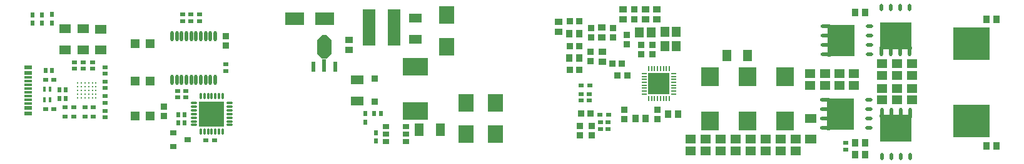
<source format=gtp>
G04*
G04 #@! TF.GenerationSoftware,Altium Limited,Altium Designer,19.0.15 (446)*
G04*
G04 Layer_Color=8421504*
%FSLAX25Y25*%
%MOIN*%
G70*
G01*
G75*
%ADD19R,0.03937X0.02362*%
%ADD20R,0.03937X0.01181*%
%ADD21R,0.03740X0.03347*%
%ADD22R,0.05512X0.05118*%
%ADD23R,0.07087X0.05118*%
%ADD24R,0.03937X0.03543*%
%ADD25R,0.06496X0.04724*%
%ADD26R,0.07087X0.19685*%
%ADD27R,0.02362X0.05512*%
%ADD28R,0.02362X0.07087*%
%ADD29R,0.09843X0.06693*%
%ADD30R,0.02362X0.02953*%
%ADD31R,0.08465X0.09646*%
%ADD32R,0.13780X0.09252*%
%ADD33O,0.01772X0.05512*%
%ADD34O,0.00787X0.02756*%
%ADD35O,0.02756X0.00787*%
%ADD36R,0.11811X0.11811*%
%ADD37C,0.01024*%
%ADD38R,0.03740X0.02559*%
%ADD39R,0.02953X0.02362*%
%ADD40R,0.02520X0.02362*%
%ADD41R,0.05118X0.05512*%
%ADD42O,0.05512X0.01968*%
%ADD43O,0.03937X0.01968*%
%ADD44R,0.03543X0.03937*%
%ADD45R,0.09646X0.10039*%
%ADD46R,0.03347X0.03740*%
%ADD47O,0.01968X0.05512*%
%ADD48O,0.01968X0.03937*%
%ADD49R,0.04724X0.06496*%
%ADD50R,0.19685X0.17717*%
%ADD51R,0.01575X0.02756*%
%ADD52R,0.03543X0.03150*%
%ADD53R,0.02362X0.02520*%
%ADD54R,0.04724X0.04724*%
%ADD55O,0.03740X0.01181*%
%ADD56O,0.01181X0.03740*%
%ADD57R,0.13189X0.13189*%
%ADD58R,0.05118X0.07087*%
%ADD59R,0.03740X0.03543*%
G36*
X536968Y102395D02*
X536974Y102264D01*
X537026Y102005D01*
X537126Y101762D01*
X537273Y101543D01*
X537361Y101445D01*
Y100264D01*
X520039D01*
Y101445D01*
X520039D01*
X520127Y101543D01*
X520274Y101762D01*
X520374Y102005D01*
X520426Y102264D01*
X520432Y102395D01*
Y114437D01*
X536968D01*
Y102395D01*
D02*
G37*
G36*
X493743Y113473D02*
X493962Y113326D01*
X494205Y113226D01*
X494464Y113174D01*
X494595Y113168D01*
X506637D01*
Y96632D01*
X494595D01*
X494464Y96626D01*
X494205Y96574D01*
X493962Y96474D01*
X493743Y96327D01*
X493645Y96239D01*
X492464Y96239D01*
Y113561D01*
X493645D01*
X493743Y113473D01*
D02*
G37*
G36*
X227940Y105183D02*
Y97703D01*
X225381Y95144D01*
X223019D01*
X220460Y97703D01*
Y105183D01*
X223019Y107743D01*
X225381D01*
X227940Y105183D01*
D02*
G37*
G36*
X493443Y74073D02*
X493662Y73926D01*
X493905Y73826D01*
X494164Y73774D01*
X494295Y73768D01*
X506337D01*
Y57232D01*
X494295D01*
X494164Y57226D01*
X493905Y57174D01*
X493662Y57074D01*
X493443Y56927D01*
X493345Y56839D01*
X492164Y56839D01*
Y74161D01*
X493345D01*
X493443Y74073D01*
D02*
G37*
G36*
X537461Y63955D02*
Y63955D01*
X537373Y63857D01*
X537226Y63638D01*
X537126Y63395D01*
X537074Y63136D01*
X537068Y63005D01*
Y50963D01*
X520532D01*
Y63005D01*
X520526Y63136D01*
X520474Y63395D01*
X520374Y63638D01*
X520227Y63857D01*
X520139Y63955D01*
X520139Y65136D01*
X537461D01*
Y63955D01*
D02*
G37*
D19*
X66342Y90634D02*
D03*
Y87484D02*
D03*
Y68902D02*
D03*
Y65752D02*
D03*
D20*
Y85083D02*
D03*
Y83114D02*
D03*
Y81146D02*
D03*
Y79177D02*
D03*
Y77209D02*
D03*
Y75240D02*
D03*
Y73272D02*
D03*
Y71303D02*
D03*
D21*
X138800Y69659D02*
D03*
Y64541D02*
D03*
X366142Y93782D02*
D03*
Y98900D02*
D03*
X393100Y97541D02*
D03*
Y102659D02*
D03*
X401705Y67959D02*
D03*
Y62841D02*
D03*
X384057Y67859D02*
D03*
Y62741D02*
D03*
X366573Y54176D02*
D03*
Y59294D02*
D03*
X389300Y121430D02*
D03*
Y116312D02*
D03*
X385500Y107959D02*
D03*
Y102841D02*
D03*
X360428Y59318D02*
D03*
Y54200D02*
D03*
X378000Y111602D02*
D03*
Y106484D02*
D03*
X366256Y106484D02*
D03*
Y111602D02*
D03*
X399000Y97541D02*
D03*
Y102659D02*
D03*
X171600Y107259D02*
D03*
Y102141D02*
D03*
D22*
X521364Y79300D02*
D03*
Y73001D02*
D03*
X483200Y80905D02*
D03*
Y87204D02*
D03*
X537355Y73001D02*
D03*
Y79300D02*
D03*
X529355Y73001D02*
D03*
Y79300D02*
D03*
X498609Y80851D02*
D03*
Y87150D02*
D03*
X490909Y80851D02*
D03*
Y87150D02*
D03*
X521364Y92404D02*
D03*
Y86105D02*
D03*
X529364Y92404D02*
D03*
Y86105D02*
D03*
X537364Y92404D02*
D03*
Y86105D02*
D03*
X506300Y80805D02*
D03*
Y87104D02*
D03*
X475291Y45803D02*
D03*
Y52103D02*
D03*
X467291Y45803D02*
D03*
Y52103D02*
D03*
X459291Y45803D02*
D03*
Y52103D02*
D03*
X451291Y45803D02*
D03*
Y52103D02*
D03*
X443291Y45803D02*
D03*
Y52103D02*
D03*
X435291Y45803D02*
D03*
Y52103D02*
D03*
X427291Y45803D02*
D03*
Y52103D02*
D03*
X419291Y45803D02*
D03*
Y52103D02*
D03*
D23*
X272600Y105391D02*
D03*
Y116809D02*
D03*
X241600Y83946D02*
D03*
Y72528D02*
D03*
D24*
X237400Y99743D02*
D03*
Y105058D02*
D03*
X372338Y93642D02*
D03*
Y98958D02*
D03*
X348900Y109643D02*
D03*
Y114957D02*
D03*
X395300Y116214D02*
D03*
Y121529D02*
D03*
X401400D02*
D03*
Y116214D02*
D03*
X383300D02*
D03*
Y121529D02*
D03*
X372100Y106442D02*
D03*
Y111758D02*
D03*
D25*
X105200Y99888D02*
D03*
Y110912D02*
D03*
X95600Y99988D02*
D03*
Y111012D02*
D03*
X86000Y99988D02*
D03*
Y111012D02*
D03*
X483300Y52088D02*
D03*
Y63112D02*
D03*
D26*
X247907Y111800D02*
D03*
X261293D02*
D03*
D27*
X230105Y90813D02*
D03*
X218295D02*
D03*
D28*
X224200Y91601D02*
D03*
D29*
X208526Y116362D02*
D03*
X224274D02*
D03*
D30*
X68800Y114000D02*
D03*
Y118528D02*
D03*
X78942Y114172D02*
D03*
Y118700D02*
D03*
X73800Y118606D02*
D03*
Y114079D02*
D03*
X251700Y55564D02*
D03*
Y51036D02*
D03*
X245900Y61322D02*
D03*
Y65850D02*
D03*
D31*
X299778Y71657D02*
D03*
Y54728D02*
D03*
X315526Y71629D02*
D03*
Y54700D02*
D03*
X289500Y118465D02*
D03*
Y101535D02*
D03*
D32*
X272619Y67202D02*
D03*
Y90824D02*
D03*
D33*
X166091Y107016D02*
D03*
X163531D02*
D03*
X160972D02*
D03*
X158413D02*
D03*
X155854D02*
D03*
X153295D02*
D03*
X150736D02*
D03*
X148177D02*
D03*
X145618D02*
D03*
X143059D02*
D03*
X166091Y83787D02*
D03*
X163531D02*
D03*
X160972D02*
D03*
X158413D02*
D03*
X155854D02*
D03*
X153295D02*
D03*
X150736D02*
D03*
X148177D02*
D03*
X145618D02*
D03*
X143059D02*
D03*
D34*
X408039Y89685D02*
D03*
X406465D02*
D03*
X404890D02*
D03*
X403315D02*
D03*
X401740D02*
D03*
X400165D02*
D03*
X398590D02*
D03*
X397016D02*
D03*
Y73740D02*
D03*
X398590D02*
D03*
X400165D02*
D03*
X401740D02*
D03*
X403315D02*
D03*
X404890D02*
D03*
X406465D02*
D03*
X408039D02*
D03*
D35*
X394555Y87224D02*
D03*
Y85650D02*
D03*
Y84075D02*
D03*
Y82500D02*
D03*
Y80925D02*
D03*
Y79350D02*
D03*
Y77776D02*
D03*
Y76201D02*
D03*
X410500D02*
D03*
Y77776D02*
D03*
Y79350D02*
D03*
Y80925D02*
D03*
Y82500D02*
D03*
Y84075D02*
D03*
Y85650D02*
D03*
Y87224D02*
D03*
D36*
X402528Y81713D02*
D03*
D37*
X102537Y74300D02*
D03*
X100568D02*
D03*
X98600D02*
D03*
X96631D02*
D03*
X94663D02*
D03*
X92694D02*
D03*
X102537Y76269D02*
D03*
X100568D02*
D03*
X98600D02*
D03*
X96631D02*
D03*
X94663D02*
D03*
X92694D02*
D03*
X102537Y78237D02*
D03*
X100568D02*
D03*
X98600D02*
D03*
X96631D02*
D03*
X94663D02*
D03*
X92694D02*
D03*
X102537Y80206D02*
D03*
X100568D02*
D03*
X98600D02*
D03*
X96631D02*
D03*
X94663D02*
D03*
X92694D02*
D03*
X102537Y82174D02*
D03*
X100568D02*
D03*
X98600D02*
D03*
X96631D02*
D03*
X94663D02*
D03*
X92694D02*
D03*
D38*
X267713Y58837D02*
D03*
Y54900D02*
D03*
Y50963D02*
D03*
X256887D02*
D03*
Y54900D02*
D03*
Y58837D02*
D03*
D39*
X361036Y80832D02*
D03*
X365564D02*
D03*
X371036Y65300D02*
D03*
X375564D02*
D03*
X75672Y83968D02*
D03*
X80200D02*
D03*
X75595Y68168D02*
D03*
X80122D02*
D03*
X161136Y51400D02*
D03*
X165664D02*
D03*
X96557Y64102D02*
D03*
X101084D02*
D03*
X96553Y69102D02*
D03*
X101080D02*
D03*
X86194Y64102D02*
D03*
X90722D02*
D03*
X86194Y69102D02*
D03*
X90722D02*
D03*
D40*
X361000Y76300D02*
D03*
Y72835D02*
D03*
X375424Y61019D02*
D03*
Y57554D02*
D03*
X502100Y50000D02*
D03*
Y46535D02*
D03*
X371240Y61019D02*
D03*
Y57554D02*
D03*
X365503Y76300D02*
D03*
Y72835D02*
D03*
X171800Y88568D02*
D03*
Y92032D02*
D03*
X107258Y79335D02*
D03*
Y82800D02*
D03*
X95858Y93200D02*
D03*
Y89736D02*
D03*
X107300Y90581D02*
D03*
Y87116D02*
D03*
X150375Y74473D02*
D03*
Y77938D02*
D03*
X145875Y74473D02*
D03*
Y77938D02*
D03*
X157547Y118771D02*
D03*
Y115307D02*
D03*
X153047Y118771D02*
D03*
Y115307D02*
D03*
X148547Y118771D02*
D03*
Y115307D02*
D03*
X100568Y89768D02*
D03*
Y93232D02*
D03*
X91158Y89736D02*
D03*
Y93200D02*
D03*
X107258Y75032D02*
D03*
Y71568D02*
D03*
Y67232D02*
D03*
Y63768D02*
D03*
D41*
X398350Y109200D02*
D03*
X392050D02*
D03*
X405550Y109600D02*
D03*
X411850D02*
D03*
X405550Y101900D02*
D03*
X411850D02*
D03*
D42*
X491180Y58000D02*
D03*
Y63000D02*
D03*
Y68000D02*
D03*
Y73000D02*
D03*
X491479Y97400D02*
D03*
Y102400D02*
D03*
Y107400D02*
D03*
Y112400D02*
D03*
D43*
X514408Y73000D02*
D03*
Y68000D02*
D03*
Y63000D02*
D03*
Y58000D02*
D03*
X514708Y112400D02*
D03*
Y107400D02*
D03*
Y102400D02*
D03*
Y97400D02*
D03*
D44*
X512257Y50000D02*
D03*
X506943D02*
D03*
X412757Y65658D02*
D03*
X407443D02*
D03*
X354842Y108500D02*
D03*
X360157D02*
D03*
X354842Y95425D02*
D03*
X360157D02*
D03*
X507043Y43700D02*
D03*
X512358D02*
D03*
X507142Y119700D02*
D03*
X512458D02*
D03*
X582358Y48600D02*
D03*
X577042D02*
D03*
X582457Y116200D02*
D03*
X577142D02*
D03*
X395458Y63324D02*
D03*
X390142D02*
D03*
D45*
X449600Y85500D02*
D03*
Y61681D02*
D03*
X429600Y85510D02*
D03*
Y61690D02*
D03*
X469600D02*
D03*
Y85510D02*
D03*
D46*
X354941Y89260D02*
D03*
X360059D02*
D03*
X354941Y115000D02*
D03*
X360059D02*
D03*
X360914Y65700D02*
D03*
X366032D02*
D03*
X360039Y101969D02*
D03*
X354921D02*
D03*
X382759Y92500D02*
D03*
X377641D02*
D03*
X385659Y86300D02*
D03*
X380541D02*
D03*
D47*
X521300Y66120D02*
D03*
X526300D02*
D03*
X531300D02*
D03*
X536300D02*
D03*
X536200Y99279D02*
D03*
X531200D02*
D03*
X526200D02*
D03*
X521200D02*
D03*
D48*
X536300Y42892D02*
D03*
X531300D02*
D03*
X526300D02*
D03*
X521300D02*
D03*
X521200Y122508D02*
D03*
X526200D02*
D03*
X531200D02*
D03*
X536200D02*
D03*
D49*
X449763Y96893D02*
D03*
X438739D02*
D03*
D50*
X569000Y61831D02*
D03*
Y103169D02*
D03*
D51*
X77936Y73268D02*
D03*
X75180D02*
D03*
X77936Y78810D02*
D03*
X75180D02*
D03*
D52*
X151537Y51900D02*
D03*
X143663Y48160D02*
D03*
Y55640D02*
D03*
D53*
X79137Y88800D02*
D03*
X75672D02*
D03*
X146225Y65264D02*
D03*
X149689D02*
D03*
X146225Y60764D02*
D03*
X149689D02*
D03*
X86490Y78368D02*
D03*
X83026D02*
D03*
X86490Y73734D02*
D03*
X83026D02*
D03*
X250868Y65700D02*
D03*
X254332D02*
D03*
D54*
X131534Y83000D02*
D03*
X123266D02*
D03*
X131534Y64500D02*
D03*
X123266D02*
D03*
X131534Y103100D02*
D03*
X123266D02*
D03*
D55*
X154751Y71505D02*
D03*
Y69537D02*
D03*
Y67568D02*
D03*
Y65600D02*
D03*
Y63631D02*
D03*
Y61663D02*
D03*
Y59694D02*
D03*
X173649D02*
D03*
Y61663D02*
D03*
Y63631D02*
D03*
Y65600D02*
D03*
Y67568D02*
D03*
Y69537D02*
D03*
Y71505D02*
D03*
D56*
X158294Y56151D02*
D03*
X160263D02*
D03*
X162232D02*
D03*
X164200D02*
D03*
X166168D02*
D03*
X168137D02*
D03*
X170106D02*
D03*
Y75049D02*
D03*
X168137D02*
D03*
X166168D02*
D03*
X164200D02*
D03*
X162232D02*
D03*
X160263D02*
D03*
X158294D02*
D03*
D57*
X164200Y65600D02*
D03*
D58*
X286109Y57200D02*
D03*
X274691D02*
D03*
D59*
X250900Y84532D02*
D03*
Y72131D02*
D03*
M02*

</source>
